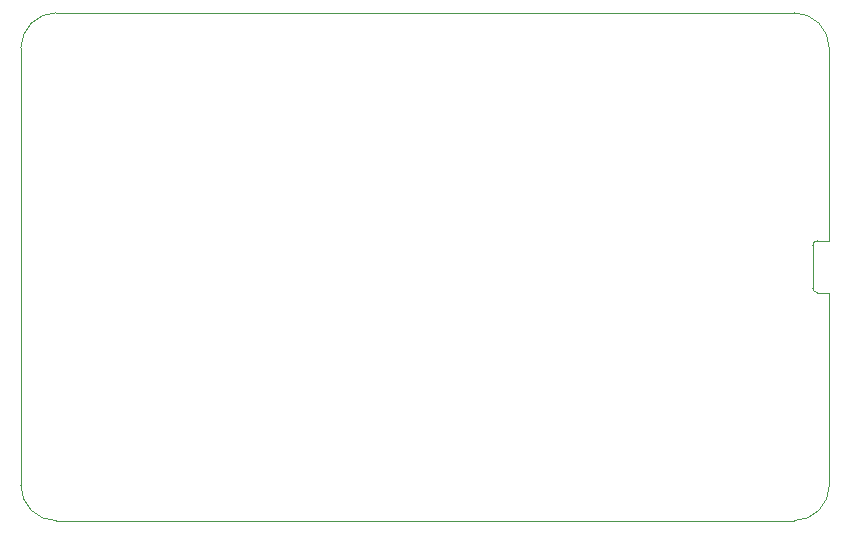
<source format=gm1>
%TF.GenerationSoftware,KiCad,Pcbnew,(6.0.7-1)-1*%
%TF.CreationDate,2022-08-15T15:43:10-06:00*%
%TF.ProjectId,mic_preamp,6d69635f-7072-4656-916d-702e6b696361,1*%
%TF.SameCoordinates,Original*%
%TF.FileFunction,Profile,NP*%
%FSLAX46Y46*%
G04 Gerber Fmt 4.6, Leading zero omitted, Abs format (unit mm)*
G04 Created by KiCad (PCBNEW (6.0.7-1)-1) date 2022-08-15 15:43:10*
%MOMM*%
%LPD*%
G01*
G04 APERTURE LIST*
%TA.AperFunction,Profile*%
%ADD10C,0.100000*%
%TD*%
%TA.AperFunction,Profile*%
%ADD11C,0.120000*%
%TD*%
G04 APERTURE END LIST*
D10*
X171450000Y-120000000D02*
G75*
G03*
X174450000Y-117000000I0J3000000D01*
G01*
X171450000Y-77000000D02*
X109000000Y-77000000D01*
X174450000Y-80000000D02*
G75*
G03*
X171450000Y-77000000I-3000000J0D01*
G01*
X106000000Y-117000000D02*
G75*
G03*
X109000000Y-120000000I3000000J0D01*
G01*
X106000000Y-80000000D02*
X106000000Y-117000000D01*
X174450000Y-105000000D02*
X174450000Y-117000000D01*
X174450000Y-92000000D02*
X174450000Y-80000000D01*
X109000000Y-120000000D02*
X171450000Y-120000000D01*
X109000000Y-77000000D02*
G75*
G03*
X106000000Y-80000000I0J-3000000D01*
G01*
D11*
X173450000Y-96300000D02*
X174450000Y-96300000D01*
X173450000Y-100700000D02*
X174450000Y-100700000D01*
X174450000Y-100700000D02*
X174450000Y-105000000D01*
X173050000Y-96700000D02*
X173050000Y-100300000D01*
X174450000Y-96300000D02*
X174450000Y-92000000D01*
X173450000Y-96300000D02*
G75*
G03*
X173050000Y-96700000I0J-400000D01*
G01*
X173050000Y-100300000D02*
G75*
G03*
X173450000Y-100700000I400002J2D01*
G01*
M02*

</source>
